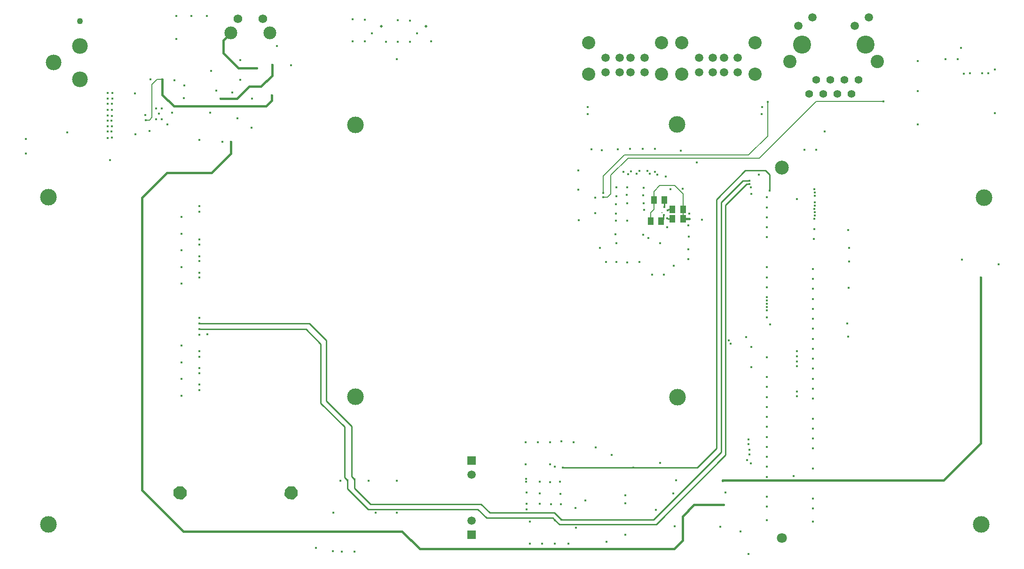
<source format=gbl>
G04 Layer_Physical_Order=6*
G04 Layer_Color=16711680*
%FSLAX44Y44*%
%MOMM*%
G71*
G01*
G75*
%ADD25R,1.0160X1.3970*%
%ADD60C,0.4000*%
%ADD61C,0.2400*%
%ADD62C,0.2000*%
%ADD64C,0.4500*%
%ADD65C,0.2500*%
%ADD66C,1.8000*%
%ADD67C,2.5000*%
%ADD68C,3.2500*%
%ADD69C,2.4000*%
%ADD70C,1.5200*%
%ADD71C,1.3900*%
%ADD72C,1.5750*%
%ADD73C,2.3250*%
%ADD74C,1.5000*%
%ADD75R,1.5000X1.5000*%
%ADD76C,1.4224*%
%ADD77C,3.0000*%
%ADD78C,0.5000*%
%ADD79C,1.1000*%
%ADD80C,2.8300*%
%ADD81C,2.3800*%
%ADD82C,0.4500*%
%ADD83C,0.3000*%
G36*
X499377Y140190D02*
X505944Y133024D01*
X505520Y123313D01*
X498354Y116746D01*
X488643Y117170D01*
X482076Y124336D01*
X482500Y134047D01*
X489666Y140614D01*
X499377Y140190D01*
D02*
G37*
G36*
X299377D02*
X305944Y133024D01*
X305520Y123313D01*
X298354Y116746D01*
X288643Y117170D01*
X282076Y124336D01*
X282500Y134047D01*
X289666Y140614D01*
X299377Y140190D01*
D02*
G37*
D25*
X1165898Y656500D02*
D03*
X1147102D02*
D03*
X1160398Y618750D02*
D03*
X1141602D02*
D03*
X1180852Y640000D02*
D03*
X1199648D02*
D03*
X1180852Y623250D02*
D03*
X1199648D02*
D03*
D60*
X225500Y133750D02*
Y660750D01*
X350500Y705750D02*
X385750Y741000D01*
X270500Y705750D02*
X350500D01*
X225500Y660750D02*
X270500Y705750D01*
X385750Y741000D02*
Y761500D01*
X300000Y59250D02*
X694000D01*
X225500Y133750D02*
X300000Y59250D01*
X366750Y839250D02*
X367000Y839500D01*
X396250D01*
X371750Y922000D02*
Y944690D01*
X385440Y958380D01*
X399280Y894470D02*
X432280D01*
X371750Y922000D02*
X399280Y894470D01*
X396250Y839500D02*
X418250Y861500D01*
X440000D01*
X459720Y881220D01*
Y900970D01*
X262250Y846750D02*
Y874000D01*
Y846750D02*
X283000Y826000D01*
X448750D01*
X459168Y836418D01*
Y845168D01*
X694000Y59250D02*
X725500Y27750D01*
X1199000Y86250D02*
X1219750Y107000D01*
X1273000D01*
X725500Y27750D02*
X1184000D01*
X1199000Y42750D01*
Y86250D01*
X1199648Y623250D02*
X1210750D01*
D61*
X526750Y434000D02*
X557250Y403500D01*
Y294250D02*
Y403500D01*
Y294250D02*
X603000Y248500D01*
X520750Y424000D02*
X547500Y397250D01*
Y290500D02*
Y397250D01*
Y290500D02*
X590000Y248000D01*
X603000Y158330D02*
Y248500D01*
Y158330D02*
X608290Y153040D01*
X590000Y156680D02*
Y248000D01*
Y156680D02*
X595590Y151090D01*
X329000Y424000D02*
X520750D01*
X329000Y434000D02*
X526750D01*
X983000Y174000D02*
X1110000D01*
X595590Y136160D02*
Y151090D01*
Y136160D02*
X632750Y99000D01*
X608290Y136960D02*
Y153040D01*
Y136960D02*
X636750Y108500D01*
X632750Y99000D02*
X830250D01*
X636750Y108500D02*
X835750D01*
X980500Y80000D02*
X1146500D01*
X1268250Y201750D01*
X835750Y108500D02*
X851750Y92500D01*
X968000D01*
X980500Y80000D01*
X830250Y99000D02*
X845750Y83500D01*
X965250D01*
X969000Y79750D01*
X977000Y71750D01*
X1151500D01*
X1276500Y196750D01*
X1268250Y201750D02*
Y652500D01*
X1307250Y691500D01*
X1319250D01*
X1276500Y196750D02*
Y647500D01*
X1314500Y685500D01*
X1319250D01*
X1110000Y174000D02*
X1225000D01*
X1260000Y209000D01*
Y657750D01*
X1312000Y709750D01*
X1348500D01*
X1356000Y702250D01*
Y674000D02*
Y702250D01*
D62*
X232090Y801090D02*
X239090D01*
X243500Y805500D01*
Y864750D01*
X252750Y874000D01*
X262250D01*
X1141602Y618750D02*
Y634102D01*
X1147102Y639602D01*
Y656500D01*
Y671852D01*
X1199648Y623250D02*
Y640000D01*
X1199648Y623250D02*
X1199648Y623250D01*
X1055790Y669460D02*
Y699790D01*
X1094250Y738250D01*
X1318000D01*
X1069750Y701250D02*
X1101000Y732500D01*
X1337000D01*
X1439250Y834750D01*
X1560500D01*
X1318000Y738250D02*
X1352000Y772250D01*
Y833500D01*
X1147102Y671852D02*
X1158000Y682750D01*
X1184500D01*
X1199648Y667602D01*
Y640000D02*
Y667602D01*
X1056000Y662250D02*
X1064000D01*
X1069750Y668000D01*
Y701250D01*
D64*
X1735602Y217852D02*
Y516852D01*
X1668750Y151000D02*
X1735602Y217852D01*
X1271250Y151000D02*
X1668750D01*
X1271000Y150750D02*
X1271250Y151000D01*
D65*
X1173521Y640000D02*
X1180852D01*
X1172010Y638490D02*
X1173521Y640000D01*
X1172250Y623250D02*
X1180852D01*
X1166000Y644500D02*
Y656398D01*
X1165898Y656500D02*
X1166000Y656398D01*
X1164010Y628510D02*
X1165500Y630000D01*
X1164010Y622362D02*
Y628510D01*
X1160398Y618750D02*
X1164010Y622362D01*
D66*
X1377500Y47000D02*
D03*
D67*
Y715000D02*
D03*
D68*
X1528150Y936950D02*
D03*
X1413850D02*
D03*
D69*
X1549750Y906450D02*
D03*
X1392250D02*
D03*
D70*
X1407750Y970750D02*
D03*
X1433150Y985950D02*
D03*
X1508850Y970750D02*
D03*
X1534250Y985950D02*
D03*
D71*
X1426550Y848050D02*
D03*
X1439250Y873450D02*
D03*
X1451950Y848050D02*
D03*
X1464650Y873450D02*
D03*
X1477350Y848050D02*
D03*
X1490050Y873450D02*
D03*
X1502750Y848050D02*
D03*
X1515450Y873450D02*
D03*
D72*
X442940Y983380D02*
D03*
X397940D02*
D03*
D73*
X455440Y958380D02*
D03*
X385440D02*
D03*
D74*
X819000Y161600D02*
D03*
Y78400D02*
D03*
X1298550Y913250D02*
D03*
X1228550D02*
D03*
X1298550Y887150D02*
D03*
X1273550D02*
D03*
X1253550D02*
D03*
X1228550D02*
D03*
X1130550Y913250D02*
D03*
X1060550D02*
D03*
X1130550Y887150D02*
D03*
X1060550D02*
D03*
X1105550D02*
D03*
X1085550D02*
D03*
Y913250D02*
D03*
X1105550D02*
D03*
X1253550D02*
D03*
X1273550D02*
D03*
D75*
X819000Y187000D02*
D03*
Y53000D02*
D03*
D76*
X294010Y128680D02*
D03*
X494010D02*
D03*
D77*
X57000Y72000D02*
D03*
Y662000D02*
D03*
X1737000Y72000D02*
D03*
X1742000Y661000D02*
D03*
X1190000Y301021D02*
D03*
X610000Y302021D02*
D03*
X1189000Y793021D02*
D03*
X610000Y792000D02*
D03*
D78*
X656000Y969740D02*
D03*
X737000D02*
D03*
D79*
X113500Y979500D02*
D03*
D80*
X66500Y904500D02*
D03*
X113500Y934500D02*
D03*
Y874500D02*
D03*
D81*
X1329250Y883650D02*
D03*
X1197850D02*
D03*
Y940450D02*
D03*
X1329250D02*
D03*
X1161250Y883650D02*
D03*
X1029850D02*
D03*
Y940450D02*
D03*
X1161250D02*
D03*
D82*
X329000Y444000D02*
D03*
Y636000D02*
D03*
Y646000D02*
D03*
Y424000D02*
D03*
Y434000D02*
D03*
X1282250Y403500D02*
D03*
X343500Y415000D02*
D03*
X1285725Y397525D02*
D03*
X329000Y414000D02*
D03*
X369900Y762100D02*
D03*
X1110000Y174000D02*
D03*
X983000D02*
D03*
X942000Y109000D02*
D03*
X962000Y108000D02*
D03*
X980000D02*
D03*
X979000Y127000D02*
D03*
X942000Y128000D02*
D03*
X960000Y148000D02*
D03*
X978000Y149000D02*
D03*
X1186980Y150980D02*
D03*
X1700500Y930750D02*
D03*
X1749530Y885280D02*
D03*
X1738530Y885030D02*
D03*
X1716530D02*
D03*
X1694530Y910970D02*
D03*
X1672530Y910970D02*
D03*
X1437000Y634500D02*
D03*
Y628500D02*
D03*
Y646500D02*
D03*
Y652500D02*
D03*
Y664250D02*
D03*
Y670500D02*
D03*
X1319250Y691500D02*
D03*
Y685500D02*
D03*
X916000Y219500D02*
D03*
X938250D02*
D03*
X960000Y220000D02*
D03*
X981000Y221250D02*
D03*
X916000Y179750D02*
D03*
X960000Y180500D02*
D03*
X1003000Y220250D02*
D03*
X1061918Y40332D02*
D03*
X1006900Y66100D02*
D03*
X1042500Y211000D02*
D03*
X1095450Y124300D02*
D03*
X1095430Y110180D02*
D03*
X1266852Y67602D02*
D03*
X585100Y22850D02*
D03*
X608250Y23000D02*
D03*
X1498750Y570000D02*
D03*
X1498250Y498250D02*
D03*
X1418000Y747750D02*
D03*
X1440000Y747500D02*
D03*
X1705530Y884780D02*
D03*
X1053250Y746750D02*
D03*
X1082250Y748250D02*
D03*
X1104250Y748750D02*
D03*
X1127250Y749250D02*
D03*
X1149250Y749000D02*
D03*
X1196150Y746100D02*
D03*
X1080000Y579000D02*
D03*
X1041350Y633400D02*
D03*
X1137740Y588490D02*
D03*
X1041350Y661150D02*
D03*
X328500Y764750D02*
D03*
X423852Y839602D02*
D03*
X348000Y814500D02*
D03*
X468398Y934898D02*
D03*
X605000Y943250D02*
D03*
X627000Y943000D02*
D03*
X686000Y941750D02*
D03*
X708000Y942250D02*
D03*
X582890Y150110D02*
D03*
X633690Y150690D02*
D03*
X684490Y150490D02*
D03*
Y92490D02*
D03*
X646390Y92610D02*
D03*
X570190Y92810D02*
D03*
X568900Y23100D02*
D03*
X917000Y154000D02*
D03*
Y149000D02*
D03*
X918000Y129000D02*
D03*
X969000Y176000D02*
D03*
X1024000Y115000D02*
D03*
X1006000Y101000D02*
D03*
X924000Y37000D02*
D03*
X946000Y37000D02*
D03*
X969000Y37000D02*
D03*
X993000D02*
D03*
X942000Y149000D02*
D03*
X1181980Y127980D02*
D03*
X1150980Y97980D02*
D03*
X1095450Y53450D02*
D03*
X1184750Y68250D02*
D03*
X1071000Y197000D02*
D03*
X1356000Y674000D02*
D03*
X538770Y29230D02*
D03*
X16000Y767000D02*
D03*
X15934Y741000D02*
D03*
X212750Y849270D02*
D03*
X251000Y822000D02*
D03*
X261000D02*
D03*
X251250Y802500D02*
D03*
X261250Y802250D02*
D03*
X256030Y812340D02*
D03*
X231250Y810250D02*
D03*
X279910Y814590D02*
D03*
X213250Y775000D02*
D03*
X423000Y787250D02*
D03*
X397000Y804250D02*
D03*
X239000Y781000D02*
D03*
X301020Y840270D02*
D03*
X302020Y863270D02*
D03*
X284250Y872750D02*
D03*
X359250Y853750D02*
D03*
X349750Y890000D02*
D03*
X402000Y873500D02*
D03*
X605000Y982500D02*
D03*
X627000Y982000D02*
D03*
X686000Y980750D02*
D03*
X708000Y980500D02*
D03*
X1761680Y813250D02*
D03*
Y892500D02*
D03*
X1622500Y907500D02*
D03*
Y853500D02*
D03*
X1622680Y793000D02*
D03*
X1455000Y780750D02*
D03*
X1341631Y812131D02*
D03*
X1224750Y724750D02*
D03*
X1198750Y677500D02*
D03*
X1210750Y632000D02*
D03*
X1234250Y621000D02*
D03*
X1080000Y545000D02*
D03*
X1061000D02*
D03*
X1011750Y620000D02*
D03*
X1011000Y675000D02*
D03*
X1028390Y824390D02*
D03*
X1079500Y679750D02*
D03*
X1099000Y679250D02*
D03*
X1129250Y678750D02*
D03*
X1079750Y663500D02*
D03*
X1098250Y665750D02*
D03*
X1128000Y665500D02*
D03*
X1079250Y648750D02*
D03*
X1099500Y650500D02*
D03*
X1128500D02*
D03*
X1078750Y632500D02*
D03*
X1078500Y619250D02*
D03*
X1099000Y619500D02*
D03*
X1130000Y638750D02*
D03*
X1497500Y603000D02*
D03*
X1499250Y546000D02*
D03*
X1158590Y182590D02*
D03*
X1276250Y129000D02*
D03*
X1303000Y59000D02*
D03*
X1321750Y679500D02*
D03*
X1318000Y18000D02*
D03*
X371750Y922000D02*
D03*
X432280Y894470D02*
D03*
X494000Y900000D02*
D03*
X459720Y900970D02*
D03*
X366750Y839250D02*
D03*
X459168Y845168D02*
D03*
X262250Y874000D02*
D03*
X232090Y801090D02*
D03*
X287000Y988500D02*
D03*
X314000Y988250D02*
D03*
X342000Y988500D02*
D03*
X90500Y779000D02*
D03*
X241000Y874000D02*
D03*
X287000Y947500D02*
D03*
X1027810Y811690D02*
D03*
X1342000Y824831D02*
D03*
X402398Y908750D02*
D03*
X271030Y793500D02*
D03*
X924000Y77000D02*
D03*
X1050000Y570000D02*
D03*
X164000Y850000D02*
D03*
X163750Y839750D02*
D03*
X163500Y830000D02*
D03*
Y819750D02*
D03*
X163250Y809500D02*
D03*
Y799750D02*
D03*
X163500Y789750D02*
D03*
Y780500D02*
D03*
X164000Y768750D02*
D03*
X167500Y729000D02*
D03*
X172000Y850000D02*
D03*
X171750Y839750D02*
D03*
X171000Y830250D02*
D03*
Y819250D02*
D03*
Y808750D02*
D03*
X170750Y800250D02*
D03*
X171000Y790000D02*
D03*
X170750Y780250D02*
D03*
X171250Y769250D02*
D03*
X385750Y761500D02*
D03*
X1273000Y107000D02*
D03*
X608290Y153040D02*
D03*
X595590Y151090D02*
D03*
X918000Y109000D02*
D03*
X918045Y99002D02*
D03*
X969000Y79750D02*
D03*
X980500Y80000D02*
D03*
X1099250Y544000D02*
D03*
X1121000Y545000D02*
D03*
X1144000Y522000D02*
D03*
X1165250D02*
D03*
X1209000Y568000D02*
D03*
X1210000Y591000D02*
D03*
X1208998Y610999D02*
D03*
X296500Y626000D02*
D03*
X296500Y304000D02*
D03*
X296500Y334000D02*
D03*
Y364000D02*
D03*
Y394000D02*
D03*
X296500Y506000D02*
D03*
X296500Y536000D02*
D03*
Y566000D02*
D03*
Y596000D02*
D03*
X1035000Y748000D02*
D03*
X1011000Y710000D02*
D03*
X1116000Y704000D02*
D03*
X1120950Y708950D02*
D03*
X1140000Y704500D02*
D03*
X1135404Y709096D02*
D03*
X1153500Y702750D02*
D03*
X1148904Y707346D02*
D03*
X1101250Y703750D02*
D03*
X1105846Y708346D02*
D03*
X1351000Y475500D02*
D03*
Y469500D02*
D03*
Y463500D02*
D03*
Y457500D02*
D03*
X639780Y957220D02*
D03*
X720780D02*
D03*
X684398Y910852D02*
D03*
X665000Y942250D02*
D03*
X746000Y942750D02*
D03*
X388000Y851000D02*
D03*
X1322500Y667500D02*
D03*
X1172010Y638490D02*
D03*
X1166000Y644500D02*
D03*
X1171510Y623990D02*
D03*
X1165500Y630000D02*
D03*
X1336500Y702750D02*
D03*
X1351000Y79500D02*
D03*
Y103500D02*
D03*
Y121500D02*
D03*
Y157500D02*
D03*
Y211500D02*
D03*
Y193500D02*
D03*
Y175500D02*
D03*
Y265500D02*
D03*
Y247500D02*
D03*
Y229500D02*
D03*
Y319500D02*
D03*
Y301500D02*
D03*
Y283500D02*
D03*
X1322500Y355500D02*
D03*
X1351000Y337500D02*
D03*
Y445500D02*
D03*
X1357000Y432000D02*
D03*
X1351000Y373500D02*
D03*
X1322500Y391500D02*
D03*
X1351000Y517500D02*
D03*
Y499500D02*
D03*
Y481500D02*
D03*
Y535500D02*
D03*
X1735602Y516852D02*
D03*
X1702250Y549000D02*
D03*
X1767750Y540750D02*
D03*
X1271000Y150750D02*
D03*
X1351000Y589500D02*
D03*
Y607500D02*
D03*
Y625500D02*
D03*
Y643500D02*
D03*
Y661500D02*
D03*
X1433500Y532500D02*
D03*
Y514500D02*
D03*
Y496500D02*
D03*
Y478500D02*
D03*
Y442500D02*
D03*
Y424500D02*
D03*
Y406500D02*
D03*
Y388500D02*
D03*
Y370500D02*
D03*
Y352500D02*
D03*
Y334500D02*
D03*
Y316500D02*
D03*
Y298500D02*
D03*
Y262500D02*
D03*
Y244500D02*
D03*
Y226500D02*
D03*
Y208500D02*
D03*
Y172500D02*
D03*
X1399000Y159000D02*
D03*
X1433500Y118500D02*
D03*
Y100500D02*
D03*
Y76500D02*
D03*
Y460500D02*
D03*
X1496750Y410000D02*
D03*
X1495500Y434250D02*
D03*
X1435000Y586500D02*
D03*
X1436500Y622500D02*
D03*
Y640500D02*
D03*
Y676500D02*
D03*
X1055790Y669460D02*
D03*
X1560500Y834750D02*
D03*
X1352000Y833500D02*
D03*
X1209000Y550250D02*
D03*
X1176750Y676500D02*
D03*
X1158150Y579150D02*
D03*
X1183150Y538150D02*
D03*
X1171000Y608000D02*
D03*
X1210750Y623250D02*
D03*
X1169000Y699000D02*
D03*
X1077740Y594760D02*
D03*
X1127750Y594000D02*
D03*
X1436500Y604500D02*
D03*
X1092500Y707500D02*
D03*
X329000Y374000D02*
D03*
Y384000D02*
D03*
X1318000Y216500D02*
D03*
Y225000D02*
D03*
X1319500Y206750D02*
D03*
Y198250D02*
D03*
X329000Y354000D02*
D03*
Y344000D02*
D03*
X1321510Y181490D02*
D03*
X1315500Y187500D02*
D03*
X329000Y314000D02*
D03*
Y324000D02*
D03*
X1405000Y383750D02*
D03*
Y375250D02*
D03*
X329000Y585250D02*
D03*
Y576750D02*
D03*
X1405000Y357250D02*
D03*
Y365750D02*
D03*
X329000Y546750D02*
D03*
Y555250D02*
D03*
X1405000Y303250D02*
D03*
Y311750D02*
D03*
X329000Y525250D02*
D03*
Y516750D02*
D03*
X1313500Y409500D02*
D03*
X1056000Y662250D02*
D03*
X1405000Y658500D02*
D03*
D83*
X1161500Y633500D02*
D03*
M02*

</source>
